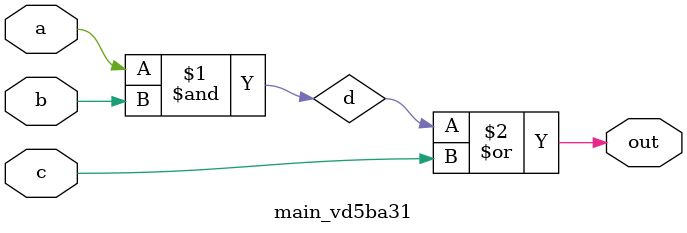
<source format=v>

`default_nettype none

module main (
 input v6b373b,
 input vdc365b,
 input v1e8eaf,
 output v02b1d1,
 output [0:4] vinit
);
 wire w0;
 wire w1;
 wire w2;
 wire w3;
 assign w0 = v6b373b;
 assign w1 = vdc365b;
 assign w2 = v1e8eaf;
 assign v02b1d1 = w3;
 main_vd5ba31 vd5ba31 (
  .a(w0),
  .b(w1),
  .c(w2),
  .out(w3)
 );
 assign vinit = 5'b00000;
endmodule

module main_vd5ba31 (
 input a,
 input b,
 input c,
 output out
);
 
 
 wire d;
 
 assign d=a&b;
 assign out=d|c;
endmodule

</source>
